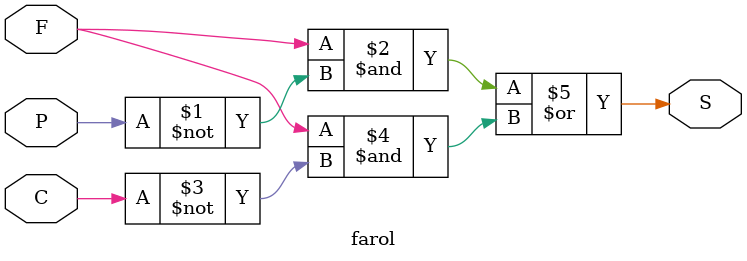
<source format=v>
module farol(F, C, P, S);
	
	input F, C, P;
	output S;
	
	assign S = (F & ~P) | (F & ~C);
	
endmodule

</source>
